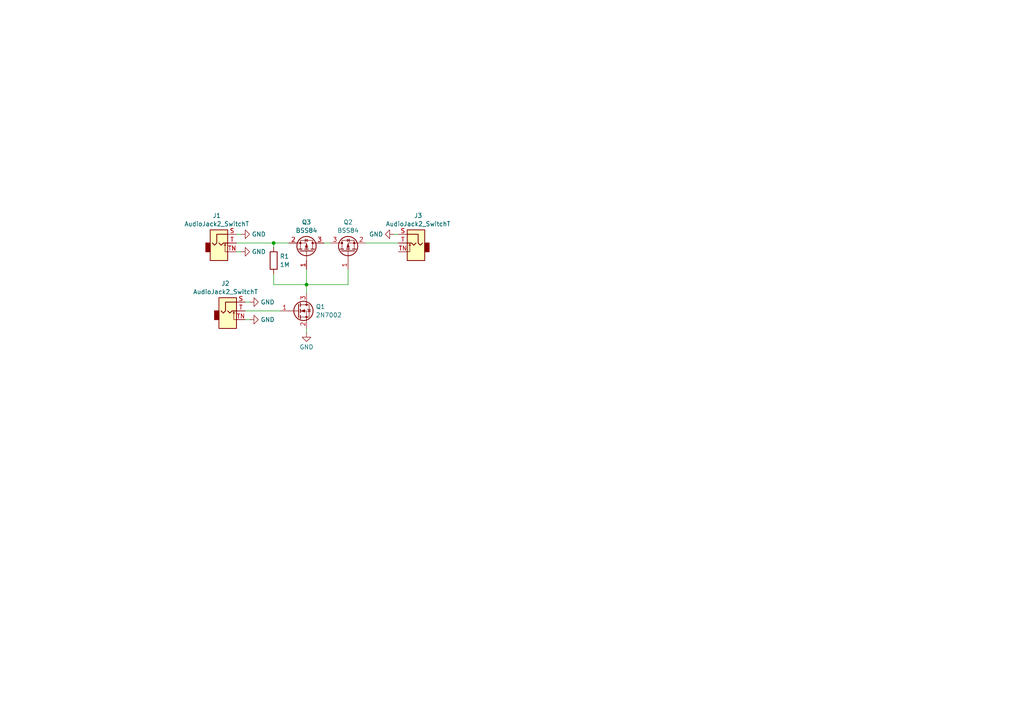
<source format=kicad_sch>
(kicad_sch (version 20231120) (generator "eeschema") (generator_version "8.0")
  (paper "A4")
  (lib_symbols
    (symbol "Connector_Audio:AudioJack2_SwitchT"
      (property "Reference" "J" (at 0 8.89 0))
      (property "Value" "AudioJack2_SwitchT" (at 0 6.35 0))
      (symbol "AudioJack2_SwitchT_0_1"
        (rectangle (start -2.54 0) (end -3.81 -2.54) (stroke (width 0.254)) (fill (type outline)))
        (polyline (pts (xy 1.778 -0.254) (xy 2.032 -0.762)))
        (polyline (pts (xy 0 0) (xy 0.635 -0.635) (xy 1.27 0) (xy 2.54 0)) (stroke (width 0.254)))
        (polyline (pts (xy 2.54 -2.54) (xy 1.778 -2.54) (xy 1.778 -0.254) (xy 1.524 -0.762)))
        (polyline (pts (xy 2.54 2.54) (xy -0.635 2.54) (xy -0.635 0) (xy -1.27 -0.635) (xy -1.905 0)) (stroke (width 0.254)))
        (rectangle (start 2.54 3.81) (end -2.54 -5.08) (stroke (width 0.254)) (fill (type background)))
      )
      (symbol "AudioJack2_SwitchT_1_1"
        (pin passive line (at 5.08 2.54 180) (length 2.54) (name "~") (number "S"))
        (pin passive line (at 5.08 0 180) (length 2.54) (name "~") (number "T"))
        (pin passive line (at 5.08 -2.54 180) (length 2.54) (name "~") (number "TN"))
      )
    )
    (symbol "Device:R" (pin_numbers hide) (pin_names (offset 0))
      (property "Reference" "R" (at 2.032 0 90))
      (property "Value" "R" (at 0 0 90))
      (symbol "R_0_1"
        (rectangle (start -1.016 -2.54) (end 1.016 2.54) (stroke (width 0.254)))
      )
      (symbol "R_1_1"
        (pin passive line (at 0 3.81 270) (length 1.27) (name "~") (number "1"))
        (pin passive line (at 0 -3.81 90) (length 1.27) (name "~") (number "2"))
      )
    )
    (symbol "Transistor_FET:2N7002" (pin_names hide)
      (property "Reference" "Q" (at 5.08 1.905 0))
      (property "Value" "2N7002" (at 5.08 0 0))
      (symbol "2N7002_0_1"
        (polyline (pts (xy 0.254 0) (xy -2.54 0)))
        (polyline (pts (xy 0.254 1.905) (xy 0.254 -1.905)) (stroke (width 0.254)))
        (polyline (pts (xy 0.762 -1.27) (xy 0.762 -2.286)) (stroke (width 0.254)))
        (polyline (pts (xy 0.762 0.508) (xy 0.762 -0.508)) (stroke (width 0.254)))
        (polyline (pts (xy 0.762 2.286) (xy 0.762 1.27)) (stroke (width 0.254)))
        (polyline (pts (xy 2.54 2.54) (xy 2.54 1.778)))
        (polyline (pts (xy 2.54 -2.54) (xy 2.54 0) (xy 0.762 0)))
        (polyline (pts (xy 0.762 -1.778) (xy 3.302 -1.778) (xy 3.302 1.778) (xy 0.762 1.778)))
        (polyline (pts (xy 1.016 0) (xy 2.032 0.381) (xy 2.032 -0.381) (xy 1.016 0)) (fill (type outline)))
        (polyline (pts (xy 2.794 0.508) (xy 2.921 0.381) (xy 3.683 0.381) (xy 3.81 0.254)))
        (polyline (pts (xy 3.302 0.381) (xy 2.921 -0.254) (xy 3.683 -0.254) (xy 3.302 0.381)))
        (circle (center 1.651 0) (radius 2.794) (stroke (width 0.254)))
        (circle (center 2.54 -1.778) (radius 0.254) (fill (type outline)))
        (circle (center 2.54 1.778) (radius 0.254) (fill (type outline)))
      )
      (symbol "2N7002_1_1"
        (pin input line (at -5.08 0 0) (length 2.54) (name "G") (number "1"))
        (pin passive line (at 2.54 -5.08 90) (length 2.54) (name "S") (number "2"))
        (pin passive line (at 2.54 5.08 270) (length 2.54) (name "D") (number "3"))
      )
    )
    (symbol "Transistor_FET:BSS84" (pin_names hide)
      (property "Reference" "Q" (at 5.08 1.905 0))
      (property "Value" "BSS84" (at 5.08 0 0))
      (symbol "BSS84_0_1"
        (polyline (pts (xy 0.254 0) (xy -2.54 0)))
        (polyline (pts (xy 0.254 1.905) (xy 0.254 -1.905)) (stroke (width 0.254)))
        (polyline (pts (xy 0.762 -1.27) (xy 0.762 -2.286)) (stroke (width 0.254)))
        (polyline (pts (xy 0.762 0.508) (xy 0.762 -0.508)) (stroke (width 0.254)))
        (polyline (pts (xy 0.762 2.286) (xy 0.762 1.27)) (stroke (width 0.254)))
        (polyline (pts (xy 2.54 2.54) (xy 2.54 1.778)))
        (polyline (pts (xy 2.54 -2.54) (xy 2.54 0) (xy 0.762 0)))
        (polyline (pts (xy 0.762 1.778) (xy 3.302 1.778) (xy 3.302 -1.778) (xy 0.762 -1.778)))
        (polyline (pts (xy 2.286 0) (xy 1.27 0.381) (xy 1.27 -0.381) (xy 2.286 0)) (fill (type outline)))
        (polyline (pts (xy 2.794 -0.508) (xy 2.921 -0.381) (xy 3.683 -0.381) (xy 3.81 -0.254)))
        (polyline (pts (xy 3.302 -0.381) (xy 2.921 0.254) (xy 3.683 0.254) (xy 3.302 -0.381)))
        (circle (center 1.651 0) (radius 2.794) (stroke (width 0.254)))
        (circle (center 2.54 -1.778) (radius 0.254) (fill (type outline)))
        (circle (center 2.54 1.778) (radius 0.254) (fill (type outline)))
      )
      (symbol "BSS84_1_1"
        (pin input line (at -5.08 0 0) (length 2.54) (name "G") (number "1"))
        (pin passive line (at 2.54 -5.08 90) (length 2.54) (name "S") (number "2"))
        (pin passive line (at 2.54 5.08 270) (length 2.54) (name "D") (number "3"))
      )
    )
    (symbol "power:GND" (power) (pin_names (offset 0))
      (property "Value" "GND" (at 0 -3.81 0))
      (symbol "GND_0_1"
        (polyline (pts (xy 0 0) (xy 0 -1.27) (xy 1.27 -1.27) (xy 0 -2.54) (xy -1.27 -1.27) (xy 0 -1.27)))
      )
      (symbol "GND_1_1"
        (pin power_in line (at 0 0 270) (length 0) hide (name "GND") (number "1"))
      )
    )
  )
  (junction (at 79.375 70.485))
  (junction (at 88.9 82.55))
  (wire (pts (xy 93.98 70.485) (xy 95.885 70.485)))
  (wire (pts (xy 100.965 82.55) (xy 88.9 82.55)))
  (wire (pts (xy 114.3 67.945) (xy 115.57 67.945)))
  (wire (pts (xy 79.375 79.375) (xy 79.375 82.55)))
  (wire (pts (xy 79.375 70.485) (xy 83.82 70.485)))
  (wire (pts (xy 100.965 78.105) (xy 100.965 82.55)))
  (wire (pts (xy 79.375 70.485) (xy 79.375 71.755)))
  (wire (pts (xy 68.58 67.945) (xy 69.85 67.945)))
  (wire (pts (xy 88.9 82.55) (xy 88.9 85.09)))
  (wire (pts (xy 88.9 95.25) (xy 88.9 96.52)))
  (wire (pts (xy 68.58 70.485) (xy 79.375 70.485)))
  (wire (pts (xy 81.28 90.17) (xy 71.12 90.17)))
  (wire (pts (xy 106.045 70.485) (xy 115.57 70.485)))
  (wire (pts (xy 79.375 82.55) (xy 88.9 82.55)))
  (wire (pts (xy 71.12 87.63) (xy 72.39 87.63)))
  (wire (pts (xy 68.58 73.025) (xy 69.85 73.025)))
  (wire (pts (xy 71.12 92.71) (xy 72.39 92.71)))
  (wire (pts (xy 88.9 78.105) (xy 88.9 82.55)))
  (symbol (lib_id "power:GND") (at 114.3 67.945 270) (unit 1)
    (property "Reference" "#PWR01" (effects (hide yes)))
    (property "Value" "GND" (at 111.1251 67.945 90) (effects (justify right)))
  )
  (symbol (lib_id "Transistor_FET:2N7002") (at 86.36 90.17 0) (unit 1)
    (property "Reference" "Q1" (at 91.567 88.9579 0) (effects (justify left)))
    (property "Value" "2N7002" (at 91.567 91.3821 0) (effects (justify left)))
    (property "Footprint" "Package_TO_SOT_SMD:SOT-23" (effects (hide yes)))
    (property "Datasheet" "https://www.onsemi.com/pub/Collateral/NDS7002A-D.PDF" (effects (hide yes)))
  )
  (symbol (lib_id "power:GND") (at 69.85 67.945 90) (unit 1)
    (property "Reference" "#PWR02" (effects (hide yes)))
    (property "Value" "GND" (at 73.025 67.945 90) (effects (justify right)))
  )
  (symbol (lib_id "Connector_Audio:AudioJack2_SwitchT") (at 66.04 90.17 0) (unit 1)
    (property "Reference" "J2" (at 65.405 82.2157 0))
    (property "Value" "AudioJack2_SwitchT" (at 65.405 84.6399 0))
    (property "Footprint" "Custom_FP:PJ398SM" (effects (hide yes)))
  )
  (symbol (lib_id "Connector_Audio:AudioJack2_SwitchT") (at 120.65 70.485 0) (mirror y) (unit 1)
    (property "Reference" "J3" (at 121.285 62.5307 0))
    (property "Value" "AudioJack2_SwitchT" (at 121.285 64.9549 0))
    (property "Footprint" "Custom_FP:PJ398SM" (effects (hide yes)))
  )
  (symbol (lib_id "power:GND") (at 88.9 96.52 0) (unit 1)
    (property "Reference" "#PWR06" (effects (hide yes)))
    (property "Value" "GND" (at 88.9 100.6531 0))
  )
  (symbol (lib_id "power:GND") (at 72.39 87.63 90) (unit 1)
    (property "Reference" "#PWR03" (effects (hide yes)))
    (property "Value" "GND" (at 75.565 87.63 90) (effects (justify right)))
  )
  (symbol (lib_id "Device:R") (at 79.375 75.565 0) (unit 1)
    (property "Reference" "R1" (at 81.153 74.3529 0) (effects (justify left)))
    (property "Value" "1M" (at 81.153 76.7771 0) (effects (justify left)))
    (property "Footprint" "Resistor_SMD:R_0603_1608Metric" (effects (hide yes)))
  )
  (symbol (lib_id "Transistor_FET:BSS84") (at 88.9 73.025 270) (mirror x) (unit 1)
    (property "Reference" "Q3" (at 88.9 64.4357 90))
    (property "Value" "BSS84" (at 88.9 66.8599 90))
    (property "Footprint" "Package_TO_SOT_SMD:SOT-23" (effects (hide yes)))
    (property "Datasheet" "http://assets.nexperia.com/documents/data-sheet/BSS84.pdf" (effects (hide yes)))
  )
  (symbol (lib_id "Transistor_FET:BSS84") (at 100.965 73.025 90) (unit 1)
    (property "Reference" "Q2" (at 100.965 64.4357 90))
    (property "Value" "BSS84" (at 100.965 66.8599 90))
    (property "Footprint" "Package_TO_SOT_SMD:SOT-23" (effects (hide yes)))
    (property "Datasheet" "http://assets.nexperia.com/documents/data-sheet/BSS84.pdf" (effects (hide yes)))
  )
  (symbol (lib_id "Connector_Audio:AudioJack2_SwitchT") (at 63.5 70.485 0) (unit 1)
    (property "Reference" "J1" (at 62.865 62.5307 0))
    (property "Value" "AudioJack2_SwitchT" (at 62.865 64.9549 0))
    (property "Footprint" "Custom_FP:PJ398SM" (effects (hide yes)))
  )
  (symbol (lib_id "power:GND") (at 72.39 92.71 90) (unit 1)
    (property "Reference" "#PWR04" (effects (hide yes)))
    (property "Value" "GND" (at 75.565 92.71 90) (effects (justify right)))
  )
  (symbol (lib_id "power:GND") (at 69.85 73.025 90) (unit 1)
    (property "Reference" "#PWR05" (effects (hide yes)))
    (property "Value" "GND" (at 73.025 73.025 90) (effects (justify right)))
  )
)
</source>
